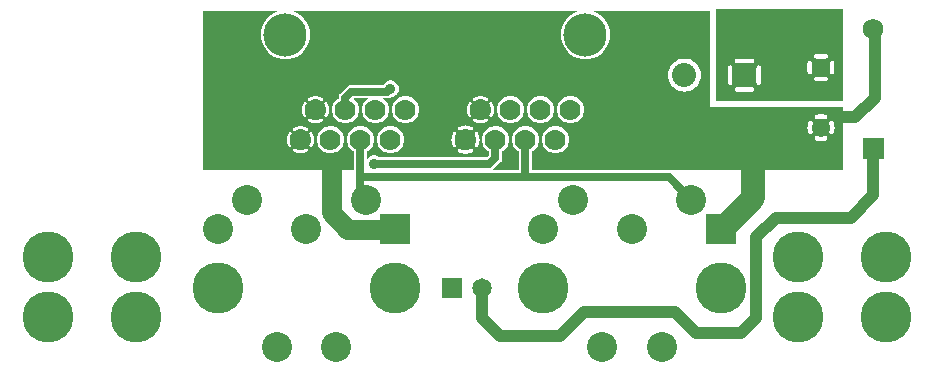
<source format=gbr>
G04 start of page 2 for group 0 idx 0 *
G04 Title: (unknown), component *
G04 Creator: pcb 20110918 *
G04 CreationDate: Tue 30 Sep 2014 08:46:46 PM GMT UTC *
G04 For: ndholmes *
G04 Format: Gerber/RS-274X *
G04 PCB-Dimensions: 300000 125000 *
G04 PCB-Coordinate-Origin: lower left *
%MOIN*%
%FSLAX25Y25*%
%LNTOP*%
%ADD32C,0.0480*%
%ADD31C,0.1280*%
%ADD30C,0.0350*%
%ADD29C,0.0380*%
%ADD28C,0.0430*%
%ADD27C,0.0730*%
%ADD26C,0.0950*%
%ADD25C,0.0510*%
%ADD24C,0.0200*%
%ADD23C,0.0360*%
%ADD22C,0.0600*%
%ADD21C,0.0680*%
%ADD20C,0.1440*%
%ADD19C,0.0700*%
%ADD18C,0.1700*%
%ADD17C,0.1000*%
%ADD16C,0.0800*%
%ADD15C,0.0400*%
%ADD14C,0.0650*%
%ADD13C,0.0250*%
%ADD12C,0.0500*%
%ADD11C,0.0001*%
G54D11*G36*
X271750Y122500D02*X275500D01*
Y92000D01*
X271750D01*
Y100748D01*
X271868Y100757D01*
X271982Y100785D01*
X272092Y100830D01*
X272192Y100891D01*
X272282Y100968D01*
X272359Y101058D01*
X272420Y101158D01*
X272465Y101268D01*
X272493Y101382D01*
X272500Y101500D01*
Y104500D01*
X272493Y104618D01*
X272465Y104732D01*
X272420Y104842D01*
X272359Y104942D01*
X272282Y105032D01*
X272192Y105109D01*
X272092Y105170D01*
X271982Y105215D01*
X271868Y105243D01*
X271750Y105252D01*
Y122500D01*
G37*
G36*
X268000D02*X271750D01*
Y105252D01*
X271632Y105243D01*
X271518Y105215D01*
X271408Y105170D01*
X271308Y105109D01*
X271218Y105032D01*
X271141Y104942D01*
X271080Y104842D01*
X271035Y104732D01*
X271007Y104618D01*
X271000Y104500D01*
Y101500D01*
X271007Y101382D01*
X271035Y101268D01*
X271080Y101158D01*
X271141Y101058D01*
X271218Y100968D01*
X271308Y100891D01*
X271408Y100830D01*
X271518Y100785D01*
X271632Y100757D01*
X271750Y100748D01*
Y92000D01*
X268000D01*
Y98500D01*
X269500D01*
X269618Y98507D01*
X269732Y98535D01*
X269842Y98580D01*
X269942Y98641D01*
X270032Y98718D01*
X270109Y98808D01*
X270170Y98908D01*
X270215Y99018D01*
X270243Y99132D01*
X270252Y99250D01*
X270243Y99368D01*
X270215Y99482D01*
X270170Y99592D01*
X270109Y99692D01*
X270032Y99782D01*
X269942Y99859D01*
X269842Y99920D01*
X269732Y99965D01*
X269618Y99993D01*
X269500Y100000D01*
X268000D01*
Y106000D01*
X269500D01*
X269618Y106007D01*
X269732Y106035D01*
X269842Y106080D01*
X269942Y106141D01*
X270032Y106218D01*
X270109Y106308D01*
X270170Y106408D01*
X270215Y106518D01*
X270243Y106632D01*
X270252Y106750D01*
X270243Y106868D01*
X270215Y106982D01*
X270170Y107092D01*
X270109Y107192D01*
X270032Y107282D01*
X269942Y107359D01*
X269842Y107420D01*
X269732Y107465D01*
X269618Y107493D01*
X269500Y107500D01*
X268000D01*
Y122500D01*
G37*
G36*
X264250D02*X268000D01*
Y107500D01*
X266500D01*
X266382Y107493D01*
X266268Y107465D01*
X266158Y107420D01*
X266058Y107359D01*
X265968Y107282D01*
X265891Y107192D01*
X265830Y107092D01*
X265785Y106982D01*
X265757Y106868D01*
X265748Y106750D01*
X265757Y106632D01*
X265785Y106518D01*
X265830Y106408D01*
X265891Y106308D01*
X265968Y106218D01*
X266058Y106141D01*
X266158Y106080D01*
X266268Y106035D01*
X266382Y106007D01*
X266500Y106000D01*
X268000D01*
Y100000D01*
X266500D01*
X266382Y99993D01*
X266268Y99965D01*
X266158Y99920D01*
X266058Y99859D01*
X265968Y99782D01*
X265891Y99692D01*
X265830Y99592D01*
X265785Y99482D01*
X265757Y99368D01*
X265748Y99250D01*
X265757Y99132D01*
X265785Y99018D01*
X265830Y98908D01*
X265891Y98808D01*
X265968Y98718D01*
X266058Y98641D01*
X266158Y98580D01*
X266268Y98535D01*
X266382Y98507D01*
X266500Y98500D01*
X268000D01*
Y92000D01*
X264250D01*
Y100748D01*
X264368Y100757D01*
X264482Y100785D01*
X264592Y100830D01*
X264692Y100891D01*
X264782Y100968D01*
X264859Y101058D01*
X264920Y101158D01*
X264965Y101268D01*
X264993Y101382D01*
X265000Y101500D01*
Y104500D01*
X264993Y104618D01*
X264965Y104732D01*
X264920Y104842D01*
X264859Y104942D01*
X264782Y105032D01*
X264692Y105109D01*
X264592Y105170D01*
X264482Y105215D01*
X264368Y105243D01*
X264250Y105252D01*
Y122500D01*
G37*
G36*
X247250D02*X264250D01*
Y105252D01*
X264132Y105243D01*
X264018Y105215D01*
X263908Y105170D01*
X263808Y105109D01*
X263718Y105032D01*
X263641Y104942D01*
X263580Y104842D01*
X263535Y104732D01*
X263507Y104618D01*
X263500Y104500D01*
Y101500D01*
X263507Y101382D01*
X263535Y101268D01*
X263580Y101158D01*
X263641Y101058D01*
X263718Y100968D01*
X263808Y100891D01*
X263908Y100830D01*
X264018Y100785D01*
X264132Y100757D01*
X264250Y100748D01*
Y92000D01*
X247250D01*
Y97248D01*
X247368Y97257D01*
X247482Y97285D01*
X247592Y97330D01*
X247692Y97391D01*
X247782Y97468D01*
X247859Y97558D01*
X247920Y97658D01*
X247965Y97768D01*
X247993Y97882D01*
X248000Y98000D01*
Y103000D01*
X247993Y103118D01*
X247965Y103232D01*
X247920Y103342D01*
X247859Y103442D01*
X247782Y103532D01*
X247692Y103609D01*
X247592Y103670D01*
X247482Y103715D01*
X247368Y103743D01*
X247250Y103752D01*
Y122500D01*
G37*
G36*
X242500D02*X247250D01*
Y103752D01*
X247132Y103743D01*
X247018Y103715D01*
X246908Y103670D01*
X246808Y103609D01*
X246718Y103532D01*
X246641Y103442D01*
X246580Y103342D01*
X246535Y103232D01*
X246507Y103118D01*
X246500Y103000D01*
Y98000D01*
X246507Y97882D01*
X246535Y97768D01*
X246580Y97658D01*
X246641Y97558D01*
X246718Y97468D01*
X246808Y97391D01*
X246908Y97330D01*
X247018Y97285D01*
X247132Y97257D01*
X247250Y97248D01*
Y92000D01*
X242500D01*
Y95000D01*
X245000D01*
X245118Y95007D01*
X245232Y95035D01*
X245342Y95080D01*
X245442Y95141D01*
X245532Y95218D01*
X245609Y95308D01*
X245670Y95408D01*
X245715Y95518D01*
X245743Y95632D01*
X245752Y95750D01*
X245743Y95868D01*
X245715Y95982D01*
X245670Y96092D01*
X245609Y96192D01*
X245532Y96282D01*
X245442Y96359D01*
X245342Y96420D01*
X245232Y96465D01*
X245118Y96493D01*
X245000Y96500D01*
X242500D01*
Y104500D01*
X245000D01*
X245118Y104507D01*
X245232Y104535D01*
X245342Y104580D01*
X245442Y104641D01*
X245532Y104718D01*
X245609Y104808D01*
X245670Y104908D01*
X245715Y105018D01*
X245743Y105132D01*
X245752Y105250D01*
X245743Y105368D01*
X245715Y105482D01*
X245670Y105592D01*
X245609Y105692D01*
X245532Y105782D01*
X245442Y105859D01*
X245342Y105920D01*
X245232Y105965D01*
X245118Y105993D01*
X245000Y106000D01*
X242500D01*
Y122500D01*
G37*
G36*
X237750D02*X242500D01*
Y106000D01*
X240000D01*
X239882Y105993D01*
X239768Y105965D01*
X239658Y105920D01*
X239558Y105859D01*
X239468Y105782D01*
X239391Y105692D01*
X239330Y105592D01*
X239285Y105482D01*
X239257Y105368D01*
X239248Y105250D01*
X239257Y105132D01*
X239285Y105018D01*
X239330Y104908D01*
X239391Y104808D01*
X239468Y104718D01*
X239558Y104641D01*
X239658Y104580D01*
X239768Y104535D01*
X239882Y104507D01*
X240000Y104500D01*
X242500D01*
Y96500D01*
X240000D01*
X239882Y96493D01*
X239768Y96465D01*
X239658Y96420D01*
X239558Y96359D01*
X239468Y96282D01*
X239391Y96192D01*
X239330Y96092D01*
X239285Y95982D01*
X239257Y95868D01*
X239248Y95750D01*
X239257Y95632D01*
X239285Y95518D01*
X239330Y95408D01*
X239391Y95308D01*
X239468Y95218D01*
X239558Y95141D01*
X239658Y95080D01*
X239768Y95035D01*
X239882Y95007D01*
X240000Y95000D01*
X242500D01*
Y92000D01*
X237750D01*
Y97248D01*
X237868Y97257D01*
X237982Y97285D01*
X238092Y97330D01*
X238192Y97391D01*
X238282Y97468D01*
X238359Y97558D01*
X238420Y97658D01*
X238465Y97768D01*
X238493Y97882D01*
X238500Y98000D01*
Y103000D01*
X238493Y103118D01*
X238465Y103232D01*
X238420Y103342D01*
X238359Y103442D01*
X238282Y103532D01*
X238192Y103609D01*
X238092Y103670D01*
X237982Y103715D01*
X237868Y103743D01*
X237750Y103752D01*
Y122500D01*
G37*
G36*
X233000D02*X237750D01*
Y103752D01*
X237632Y103743D01*
X237518Y103715D01*
X237408Y103670D01*
X237308Y103609D01*
X237218Y103532D01*
X237141Y103442D01*
X237080Y103342D01*
X237035Y103232D01*
X237007Y103118D01*
X237000Y103000D01*
Y98000D01*
X237007Y97882D01*
X237035Y97768D01*
X237080Y97658D01*
X237141Y97558D01*
X237218Y97468D01*
X237308Y97391D01*
X237408Y97330D01*
X237518Y97285D01*
X237632Y97257D01*
X237750Y97248D01*
Y92000D01*
X233000D01*
Y122500D01*
G37*
G36*
X116143Y92750D02*X117007D01*
X116847Y92652D01*
X116308Y92192D01*
X116143Y91998D01*
Y92750D01*
G37*
G36*
X222492Y122000D02*X231000D01*
Y69000D01*
X222492D01*
Y94984D01*
X222500Y94983D01*
X223363Y95051D01*
X224205Y95253D01*
X225005Y95584D01*
X225743Y96037D01*
X226401Y96599D01*
X226963Y97257D01*
X227416Y97995D01*
X227747Y98795D01*
X227949Y99637D01*
X228000Y100500D01*
X227949Y101363D01*
X227747Y102205D01*
X227416Y103005D01*
X226963Y103743D01*
X226401Y104401D01*
X225743Y104963D01*
X225005Y105416D01*
X224205Y105747D01*
X223363Y105949D01*
X222500Y106017D01*
X222492Y106016D01*
Y122000D01*
G37*
G36*
X184493Y107493D02*X184665Y107346D01*
X185766Y106671D01*
X186958Y106177D01*
X188213Y105876D01*
X189500Y105775D01*
X190787Y105876D01*
X192042Y106177D01*
X193234Y106671D01*
X194335Y107346D01*
X195316Y108184D01*
X196154Y109165D01*
X196829Y110266D01*
X197323Y111458D01*
X197624Y112713D01*
X197700Y114000D01*
X197624Y115287D01*
X197323Y116542D01*
X196829Y117734D01*
X196154Y118835D01*
X195316Y119816D01*
X194335Y120654D01*
X193234Y121329D01*
X192042Y121823D01*
X191303Y122000D01*
X222492D01*
Y106016D01*
X221637Y105949D01*
X220795Y105747D01*
X219995Y105416D01*
X219257Y104963D01*
X218599Y104401D01*
X218037Y103743D01*
X217584Y103005D01*
X217253Y102205D01*
X217051Y101363D01*
X216983Y100500D01*
X217051Y99637D01*
X217253Y98795D01*
X217584Y97995D01*
X218037Y97257D01*
X218599Y96599D01*
X219257Y96037D01*
X219995Y95584D01*
X220795Y95253D01*
X221637Y95051D01*
X222492Y94984D01*
Y69000D01*
X184493D01*
Y84487D01*
X184500Y84486D01*
X185206Y84542D01*
X185895Y84707D01*
X186549Y84978D01*
X187153Y85348D01*
X187692Y85808D01*
X188152Y86347D01*
X188522Y86951D01*
X188793Y87605D01*
X188958Y88294D01*
X189000Y89000D01*
X188958Y89706D01*
X188793Y90395D01*
X188522Y91049D01*
X188152Y91653D01*
X187692Y92192D01*
X187153Y92652D01*
X186549Y93022D01*
X185895Y93293D01*
X185206Y93458D01*
X184500Y93514D01*
X184493Y93513D01*
Y107493D01*
G37*
G36*
Y122000D02*X187697D01*
X186958Y121823D01*
X185766Y121329D01*
X184665Y120654D01*
X184493Y120507D01*
Y122000D01*
G37*
G36*
X179493D02*X184493D01*
Y120507D01*
X183684Y119816D01*
X182846Y118835D01*
X182171Y117734D01*
X181677Y116542D01*
X181376Y115287D01*
X181275Y114000D01*
X181376Y112713D01*
X181677Y111458D01*
X182171Y110266D01*
X182846Y109165D01*
X183684Y108184D01*
X184493Y107493D01*
Y93513D01*
X183794Y93458D01*
X183105Y93293D01*
X182451Y93022D01*
X181847Y92652D01*
X181308Y92192D01*
X180848Y91653D01*
X180478Y91049D01*
X180207Y90395D01*
X180042Y89706D01*
X179986Y89000D01*
X180042Y88294D01*
X180207Y87605D01*
X180478Y86951D01*
X180848Y86347D01*
X181308Y85808D01*
X181847Y85348D01*
X182451Y84978D01*
X183105Y84707D01*
X183794Y84542D01*
X184493Y84487D01*
Y69000D01*
X179493D01*
Y74487D01*
X179500Y74486D01*
X180206Y74542D01*
X180895Y74707D01*
X181549Y74978D01*
X182153Y75348D01*
X182692Y75808D01*
X183152Y76347D01*
X183522Y76951D01*
X183793Y77605D01*
X183958Y78294D01*
X184000Y79000D01*
X183958Y79706D01*
X183793Y80395D01*
X183522Y81049D01*
X183152Y81653D01*
X182692Y82192D01*
X182153Y82652D01*
X181549Y83022D01*
X180895Y83293D01*
X180206Y83458D01*
X179500Y83514D01*
X179493Y83513D01*
Y122000D01*
G37*
G36*
X174493D02*X179493D01*
Y83513D01*
X178794Y83458D01*
X178105Y83293D01*
X177451Y83022D01*
X176847Y82652D01*
X176308Y82192D01*
X175848Y81653D01*
X175478Y81049D01*
X175207Y80395D01*
X175042Y79706D01*
X174986Y79000D01*
X175042Y78294D01*
X175207Y77605D01*
X175478Y76951D01*
X175848Y76347D01*
X176308Y75808D01*
X176847Y75348D01*
X177451Y74978D01*
X178105Y74707D01*
X178794Y74542D01*
X179493Y74487D01*
Y69000D01*
X174493D01*
Y84487D01*
X174500Y84486D01*
X175206Y84542D01*
X175895Y84707D01*
X176549Y84978D01*
X177153Y85348D01*
X177692Y85808D01*
X178152Y86347D01*
X178522Y86951D01*
X178793Y87605D01*
X178958Y88294D01*
X179000Y89000D01*
X178958Y89706D01*
X178793Y90395D01*
X178522Y91049D01*
X178152Y91653D01*
X177692Y92192D01*
X177153Y92652D01*
X176549Y93022D01*
X175895Y93293D01*
X175206Y93458D01*
X174500Y93514D01*
X174493Y93513D01*
Y122000D01*
G37*
G36*
X164493D02*X174493D01*
Y93513D01*
X173794Y93458D01*
X173105Y93293D01*
X172451Y93022D01*
X171847Y92652D01*
X171308Y92192D01*
X170848Y91653D01*
X170478Y91049D01*
X170207Y90395D01*
X170042Y89706D01*
X169986Y89000D01*
X170042Y88294D01*
X170207Y87605D01*
X170478Y86951D01*
X170848Y86347D01*
X171308Y85808D01*
X171847Y85348D01*
X172451Y84978D01*
X173105Y84707D01*
X173794Y84542D01*
X174493Y84487D01*
Y69000D01*
X171750D01*
Y75101D01*
X172153Y75348D01*
X172692Y75808D01*
X173152Y76347D01*
X173522Y76951D01*
X173793Y77605D01*
X173958Y78294D01*
X174000Y79000D01*
X173958Y79706D01*
X173793Y80395D01*
X173522Y81049D01*
X173152Y81653D01*
X172692Y82192D01*
X172153Y82652D01*
X171549Y83022D01*
X170895Y83293D01*
X170206Y83458D01*
X169500Y83514D01*
X168794Y83458D01*
X168105Y83293D01*
X167451Y83022D01*
X166847Y82652D01*
X166308Y82192D01*
X165848Y81653D01*
X165478Y81049D01*
X165207Y80395D01*
X165042Y79706D01*
X164986Y79000D01*
X165042Y78294D01*
X165207Y77605D01*
X165478Y76951D01*
X165848Y76347D01*
X166308Y75808D01*
X166847Y75348D01*
X167250Y75101D01*
Y69000D01*
X164493D01*
Y84487D01*
X164500Y84486D01*
X165206Y84542D01*
X165895Y84707D01*
X166549Y84978D01*
X167153Y85348D01*
X167692Y85808D01*
X168152Y86347D01*
X168522Y86951D01*
X168793Y87605D01*
X168958Y88294D01*
X169000Y89000D01*
X168958Y89706D01*
X168793Y90395D01*
X168522Y91049D01*
X168152Y91653D01*
X167692Y92192D01*
X167153Y92652D01*
X166549Y93022D01*
X165895Y93293D01*
X165206Y93458D01*
X164500Y93514D01*
X164493Y93513D01*
Y122000D01*
G37*
G36*
X158220D02*X164493D01*
Y93513D01*
X163794Y93458D01*
X163105Y93293D01*
X162451Y93022D01*
X161847Y92652D01*
X161308Y92192D01*
X160848Y91653D01*
X160478Y91049D01*
X160207Y90395D01*
X160042Y89706D01*
X159986Y89000D01*
X160042Y88294D01*
X160207Y87605D01*
X160478Y86951D01*
X160848Y86347D01*
X161308Y85808D01*
X161847Y85348D01*
X162451Y84978D01*
X163105Y84707D01*
X163794Y84542D01*
X164493Y84487D01*
Y69000D01*
X158543D01*
X158827Y69174D01*
X159096Y69404D01*
X159153Y69471D01*
X161029Y71347D01*
X161096Y71404D01*
X161326Y71673D01*
X161326Y71673D01*
X161511Y71975D01*
X161646Y72303D01*
X161729Y72647D01*
X161757Y73000D01*
X161750Y73088D01*
Y75101D01*
X162153Y75348D01*
X162692Y75808D01*
X163152Y76347D01*
X163522Y76951D01*
X163793Y77605D01*
X163958Y78294D01*
X164000Y79000D01*
X163958Y79706D01*
X163793Y80395D01*
X163522Y81049D01*
X163152Y81653D01*
X162692Y82192D01*
X162153Y82652D01*
X161549Y83022D01*
X160895Y83293D01*
X160206Y83458D01*
X159500Y83514D01*
X158794Y83458D01*
X158220Y83321D01*
Y86544D01*
X158271Y86583D01*
X158326Y86639D01*
X158370Y86704D01*
X158564Y87056D01*
X158721Y87426D01*
X158844Y87809D01*
X158933Y88200D01*
X158987Y88599D01*
X159004Y89000D01*
X158987Y89401D01*
X158933Y89800D01*
X158844Y90191D01*
X158721Y90574D01*
X158564Y90944D01*
X158374Y91298D01*
X158329Y91363D01*
X158274Y91420D01*
X158220Y91460D01*
Y122000D01*
G37*
G36*
X153354D02*X158220D01*
Y91460D01*
X158210Y91468D01*
X158140Y91504D01*
X158065Y91530D01*
X157987Y91544D01*
X157908Y91545D01*
X157829Y91533D01*
X157754Y91510D01*
X157683Y91475D01*
X157618Y91429D01*
X157561Y91374D01*
X157513Y91311D01*
X157476Y91241D01*
X157451Y91166D01*
X157437Y91088D01*
X157436Y91008D01*
X157448Y90930D01*
X157471Y90854D01*
X157507Y90784D01*
X157657Y90510D01*
X157779Y90223D01*
X157875Y89926D01*
X157944Y89621D01*
X157986Y89312D01*
X158000Y89000D01*
X157986Y88688D01*
X157944Y88379D01*
X157875Y88074D01*
X157779Y87777D01*
X157657Y87490D01*
X157510Y87214D01*
X157474Y87145D01*
X157451Y87069D01*
X157440Y86991D01*
X157441Y86913D01*
X157454Y86835D01*
X157480Y86761D01*
X157516Y86691D01*
X157564Y86628D01*
X157620Y86573D01*
X157684Y86528D01*
X157755Y86493D01*
X157830Y86470D01*
X157908Y86459D01*
X157987Y86460D01*
X158064Y86473D01*
X158139Y86499D01*
X158208Y86535D01*
X158220Y86544D01*
Y83321D01*
X158105Y83293D01*
X157451Y83022D01*
X156847Y82652D01*
X156308Y82192D01*
X155848Y81653D01*
X155478Y81049D01*
X155207Y80395D01*
X155042Y79706D01*
X154986Y79000D01*
X155042Y78294D01*
X155207Y77605D01*
X155478Y76951D01*
X155848Y76347D01*
X156308Y75808D01*
X156847Y75348D01*
X157250Y75101D01*
Y73932D01*
X156568Y73250D01*
X153354D01*
Y76511D01*
X153374Y76519D01*
X153456Y76566D01*
X153529Y76626D01*
X153592Y76696D01*
X153641Y76777D01*
X153828Y77154D01*
X153975Y77549D01*
X154087Y77955D01*
X154162Y78370D01*
X154200Y78789D01*
Y79211D01*
X154162Y79630D01*
X154087Y80045D01*
X153975Y80451D01*
X153828Y80846D01*
X153645Y81225D01*
X153594Y81306D01*
X153531Y81377D01*
X153458Y81437D01*
X153375Y81485D01*
X153354Y81493D01*
Y84646D01*
X153700Y84567D01*
X154099Y84513D01*
X154500Y84496D01*
X154901Y84513D01*
X155300Y84567D01*
X155691Y84656D01*
X156074Y84779D01*
X156444Y84936D01*
X156798Y85126D01*
X156863Y85171D01*
X156920Y85226D01*
X156968Y85290D01*
X157004Y85360D01*
X157030Y85435D01*
X157044Y85513D01*
X157045Y85592D01*
X157033Y85671D01*
X157010Y85746D01*
X156975Y85817D01*
X156929Y85882D01*
X156874Y85939D01*
X156811Y85987D01*
X156741Y86024D01*
X156666Y86049D01*
X156588Y86063D01*
X156508Y86064D01*
X156430Y86052D01*
X156354Y86029D01*
X156284Y85993D01*
X156010Y85843D01*
X155723Y85721D01*
X155426Y85625D01*
X155121Y85556D01*
X154812Y85514D01*
X154500Y85500D01*
X154188Y85514D01*
X153879Y85556D01*
X153574Y85625D01*
X153354Y85696D01*
Y92304D01*
X153574Y92375D01*
X153879Y92444D01*
X154188Y92486D01*
X154500Y92500D01*
X154812Y92486D01*
X155121Y92444D01*
X155426Y92375D01*
X155723Y92279D01*
X156010Y92157D01*
X156286Y92010D01*
X156355Y91974D01*
X156431Y91951D01*
X156509Y91940D01*
X156587Y91941D01*
X156665Y91954D01*
X156739Y91980D01*
X156809Y92016D01*
X156872Y92064D01*
X156927Y92120D01*
X156972Y92184D01*
X157007Y92255D01*
X157030Y92330D01*
X157041Y92408D01*
X157040Y92487D01*
X157027Y92564D01*
X157001Y92639D01*
X156965Y92708D01*
X156917Y92771D01*
X156861Y92826D01*
X156796Y92870D01*
X156444Y93064D01*
X156074Y93221D01*
X155691Y93344D01*
X155300Y93433D01*
X154901Y93487D01*
X154500Y93504D01*
X154099Y93487D01*
X153700Y93433D01*
X153354Y93354D01*
Y122000D01*
G37*
G36*
X150780D02*X153354D01*
Y93354D01*
X153309Y93344D01*
X152926Y93221D01*
X152556Y93064D01*
X152202Y92874D01*
X152137Y92829D01*
X152080Y92774D01*
X152032Y92710D01*
X151996Y92640D01*
X151970Y92565D01*
X151956Y92487D01*
X151955Y92408D01*
X151967Y92329D01*
X151990Y92254D01*
X152025Y92183D01*
X152071Y92118D01*
X152126Y92061D01*
X152189Y92013D01*
X152259Y91976D01*
X152334Y91951D01*
X152412Y91937D01*
X152492Y91936D01*
X152570Y91948D01*
X152646Y91971D01*
X152716Y92007D01*
X152990Y92157D01*
X153277Y92279D01*
X153354Y92304D01*
Y85696D01*
X153277Y85721D01*
X152990Y85843D01*
X152714Y85990D01*
X152645Y86026D01*
X152569Y86049D01*
X152491Y86060D01*
X152413Y86059D01*
X152335Y86046D01*
X152261Y86020D01*
X152191Y85984D01*
X152128Y85936D01*
X152073Y85880D01*
X152028Y85816D01*
X151993Y85745D01*
X151970Y85670D01*
X151959Y85592D01*
X151960Y85513D01*
X151973Y85436D01*
X151999Y85361D01*
X152035Y85292D01*
X152083Y85229D01*
X152139Y85174D01*
X152204Y85130D01*
X152556Y84936D01*
X152926Y84779D01*
X153309Y84656D01*
X153354Y84646D01*
Y81493D01*
X153287Y81519D01*
X153194Y81539D01*
X153099Y81545D01*
X153005Y81535D01*
X152913Y81511D01*
X152826Y81473D01*
X152746Y81421D01*
X152675Y81358D01*
X152615Y81285D01*
X152567Y81203D01*
X152533Y81114D01*
X152512Y81021D01*
X152507Y80926D01*
X152517Y80832D01*
X152541Y80740D01*
X152581Y80654D01*
X152719Y80373D01*
X152829Y80080D01*
X152913Y79777D01*
X152968Y79469D01*
X152996Y79157D01*
Y78843D01*
X152968Y78531D01*
X152913Y78223D01*
X152829Y77920D01*
X152719Y77627D01*
X152584Y77344D01*
X152544Y77259D01*
X152520Y77168D01*
X152511Y77074D01*
X152516Y76979D01*
X152536Y76887D01*
X152570Y76799D01*
X152618Y76717D01*
X152678Y76644D01*
X152748Y76581D01*
X152828Y76530D01*
X152914Y76492D01*
X153005Y76468D01*
X153099Y76459D01*
X153194Y76464D01*
X153286Y76484D01*
X153354Y76511D01*
Y73250D01*
X150780D01*
Y74477D01*
X150951Y74525D01*
X151346Y74672D01*
X151725Y74855D01*
X151806Y74906D01*
X151877Y74969D01*
X151937Y75042D01*
X151985Y75125D01*
X152019Y75213D01*
X152039Y75306D01*
X152045Y75401D01*
X152035Y75495D01*
X152011Y75587D01*
X151973Y75674D01*
X151921Y75754D01*
X151858Y75825D01*
X151785Y75885D01*
X151703Y75933D01*
X151614Y75967D01*
X151521Y75988D01*
X151426Y75993D01*
X151332Y75983D01*
X151240Y75959D01*
X151154Y75919D01*
X150873Y75781D01*
X150780Y75746D01*
Y82254D01*
X150873Y82219D01*
X151156Y82084D01*
X151241Y82044D01*
X151332Y82020D01*
X151426Y82011D01*
X151521Y82016D01*
X151613Y82036D01*
X151701Y82070D01*
X151783Y82118D01*
X151856Y82178D01*
X151919Y82248D01*
X151970Y82328D01*
X152008Y82414D01*
X152032Y82505D01*
X152041Y82599D01*
X152036Y82694D01*
X152016Y82786D01*
X151981Y82874D01*
X151934Y82956D01*
X151874Y83029D01*
X151804Y83092D01*
X151723Y83141D01*
X151346Y83328D01*
X150951Y83475D01*
X150780Y83523D01*
Y86540D01*
X150790Y86532D01*
X150860Y86496D01*
X150935Y86470D01*
X151013Y86456D01*
X151092Y86455D01*
X151171Y86467D01*
X151246Y86490D01*
X151317Y86525D01*
X151382Y86571D01*
X151439Y86626D01*
X151487Y86689D01*
X151524Y86759D01*
X151549Y86834D01*
X151563Y86912D01*
X151564Y86992D01*
X151552Y87070D01*
X151529Y87146D01*
X151493Y87216D01*
X151343Y87490D01*
X151221Y87777D01*
X151125Y88074D01*
X151056Y88379D01*
X151014Y88688D01*
X151000Y89000D01*
X151014Y89312D01*
X151056Y89621D01*
X151125Y89926D01*
X151221Y90223D01*
X151343Y90510D01*
X151490Y90786D01*
X151526Y90855D01*
X151549Y90931D01*
X151560Y91009D01*
X151559Y91087D01*
X151546Y91165D01*
X151520Y91239D01*
X151484Y91309D01*
X151436Y91372D01*
X151380Y91427D01*
X151316Y91472D01*
X151245Y91507D01*
X151170Y91530D01*
X151092Y91541D01*
X151013Y91540D01*
X150936Y91527D01*
X150861Y91501D01*
X150792Y91465D01*
X150780Y91456D01*
Y122000D01*
G37*
G36*
Y75746D02*X150580Y75671D01*
X150277Y75587D01*
X149969Y75532D01*
X149657Y75504D01*
X149502D01*
Y82496D01*
X149657D01*
X149969Y82468D01*
X150277Y82413D01*
X150580Y82329D01*
X150780Y82254D01*
Y75746D01*
G37*
G36*
Y73250D02*X149502D01*
Y74300D01*
X149711D01*
X150130Y74338D01*
X150545Y74413D01*
X150780Y74477D01*
Y73250D01*
G37*
G36*
X149502Y122000D02*X150780D01*
Y91456D01*
X150729Y91417D01*
X150674Y91361D01*
X150630Y91296D01*
X150436Y90944D01*
X150279Y90574D01*
X150156Y90191D01*
X150067Y89800D01*
X150013Y89401D01*
X149996Y89000D01*
X150013Y88599D01*
X150067Y88200D01*
X150156Y87809D01*
X150279Y87426D01*
X150436Y87056D01*
X150626Y86702D01*
X150671Y86637D01*
X150726Y86580D01*
X150780Y86540D01*
Y83523D01*
X150545Y83587D01*
X150130Y83662D01*
X149711Y83700D01*
X149502D01*
Y122000D01*
G37*
G36*
X145646D02*X149502D01*
Y83700D01*
X149289D01*
X148870Y83662D01*
X148455Y83587D01*
X148049Y83475D01*
X147654Y83328D01*
X147275Y83145D01*
X147194Y83094D01*
X147123Y83031D01*
X147063Y82958D01*
X147015Y82876D01*
X146981Y82787D01*
X146961Y82694D01*
X146955Y82599D01*
X146965Y82505D01*
X146989Y82413D01*
X147027Y82326D01*
X147079Y82246D01*
X147142Y82175D01*
X147215Y82115D01*
X147297Y82067D01*
X147386Y82033D01*
X147479Y82012D01*
X147574Y82007D01*
X147668Y82017D01*
X147760Y82041D01*
X147846Y82081D01*
X148127Y82219D01*
X148420Y82329D01*
X148723Y82413D01*
X149031Y82468D01*
X149343Y82496D01*
X149502D01*
Y75504D01*
X149343D01*
X149031Y75532D01*
X148723Y75587D01*
X148420Y75671D01*
X148127Y75781D01*
X147844Y75916D01*
X147759Y75956D01*
X147668Y75980D01*
X147574Y75989D01*
X147479Y75984D01*
X147387Y75964D01*
X147299Y75930D01*
X147217Y75882D01*
X147144Y75822D01*
X147081Y75752D01*
X147030Y75672D01*
X146992Y75586D01*
X146968Y75495D01*
X146959Y75401D01*
X146964Y75306D01*
X146984Y75214D01*
X147019Y75126D01*
X147066Y75044D01*
X147126Y74971D01*
X147196Y74908D01*
X147277Y74859D01*
X147654Y74672D01*
X148049Y74525D01*
X148455Y74413D01*
X148870Y74338D01*
X149289Y74300D01*
X149502D01*
Y73250D01*
X145646D01*
Y76507D01*
X145713Y76481D01*
X145806Y76461D01*
X145901Y76455D01*
X145995Y76465D01*
X146087Y76489D01*
X146174Y76527D01*
X146254Y76579D01*
X146325Y76642D01*
X146385Y76715D01*
X146433Y76797D01*
X146467Y76886D01*
X146488Y76979D01*
X146493Y77074D01*
X146483Y77168D01*
X146459Y77260D01*
X146419Y77346D01*
X146281Y77627D01*
X146171Y77920D01*
X146087Y78223D01*
X146032Y78531D01*
X146004Y78843D01*
Y79157D01*
X146032Y79469D01*
X146087Y79777D01*
X146171Y80080D01*
X146281Y80373D01*
X146416Y80656D01*
X146456Y80741D01*
X146480Y80832D01*
X146489Y80926D01*
X146484Y81021D01*
X146464Y81113D01*
X146430Y81201D01*
X146382Y81283D01*
X146322Y81356D01*
X146252Y81419D01*
X146172Y81470D01*
X146086Y81508D01*
X145995Y81532D01*
X145901Y81541D01*
X145806Y81536D01*
X145714Y81516D01*
X145646Y81489D01*
Y122000D01*
G37*
G36*
X129493D02*X145646D01*
Y81489D01*
X145626Y81481D01*
X145544Y81434D01*
X145471Y81374D01*
X145408Y81304D01*
X145359Y81223D01*
X145172Y80846D01*
X145025Y80451D01*
X144913Y80045D01*
X144838Y79630D01*
X144800Y79211D01*
Y78789D01*
X144838Y78370D01*
X144913Y77955D01*
X145025Y77549D01*
X145172Y77154D01*
X145355Y76775D01*
X145406Y76694D01*
X145469Y76623D01*
X145542Y76563D01*
X145624Y76515D01*
X145646Y76507D01*
Y73250D01*
X129493D01*
Y84487D01*
X129500Y84486D01*
X130206Y84542D01*
X130895Y84707D01*
X131549Y84978D01*
X132153Y85348D01*
X132692Y85808D01*
X133152Y86347D01*
X133522Y86951D01*
X133793Y87605D01*
X133958Y88294D01*
X134000Y89000D01*
X133958Y89706D01*
X133793Y90395D01*
X133522Y91049D01*
X133152Y91653D01*
X132692Y92192D01*
X132153Y92652D01*
X131549Y93022D01*
X130895Y93293D01*
X130206Y93458D01*
X129500Y93514D01*
X129493Y93513D01*
Y122000D01*
G37*
G36*
X124493D02*X129493D01*
Y93513D01*
X128794Y93458D01*
X128105Y93293D01*
X127451Y93022D01*
X126847Y92652D01*
X126308Y92192D01*
X125848Y91653D01*
X125478Y91049D01*
X125207Y90395D01*
X125042Y89706D01*
X124986Y89000D01*
X125042Y88294D01*
X125207Y87605D01*
X125478Y86951D01*
X125848Y86347D01*
X126308Y85808D01*
X126847Y85348D01*
X127451Y84978D01*
X128105Y84707D01*
X128794Y84542D01*
X129493Y84487D01*
Y73250D01*
X124493D01*
Y74487D01*
X124500Y74486D01*
X125206Y74542D01*
X125895Y74707D01*
X126549Y74978D01*
X127153Y75348D01*
X127692Y75808D01*
X128152Y76347D01*
X128522Y76951D01*
X128793Y77605D01*
X128958Y78294D01*
X129000Y79000D01*
X128958Y79706D01*
X128793Y80395D01*
X128522Y81049D01*
X128152Y81653D01*
X127692Y82192D01*
X127153Y82652D01*
X126549Y83022D01*
X125895Y83293D01*
X125206Y83458D01*
X124500Y83514D01*
X124493Y83513D01*
Y92976D01*
X124525Y92989D01*
X124827Y93174D01*
X124882Y93221D01*
X124939Y93226D01*
X125368Y93329D01*
X125775Y93497D01*
X126151Y93728D01*
X126486Y94014D01*
X126772Y94349D01*
X127003Y94725D01*
X127171Y95132D01*
X127274Y95561D01*
X127300Y96000D01*
X127274Y96439D01*
X127171Y96868D01*
X127003Y97275D01*
X126772Y97651D01*
X126486Y97986D01*
X126151Y98272D01*
X125775Y98503D01*
X125368Y98671D01*
X124939Y98774D01*
X124500Y98809D01*
X124493Y98808D01*
Y122000D01*
G37*
G36*
Y73250D02*X120677D01*
X120651Y73272D01*
X120275Y73503D01*
X119868Y73671D01*
X119439Y73774D01*
X119000Y73809D01*
X118561Y73774D01*
X118132Y73671D01*
X117725Y73503D01*
X117349Y73272D01*
X117014Y72986D01*
X116750Y72677D01*
Y75101D01*
X117153Y75348D01*
X117692Y75808D01*
X118152Y76347D01*
X118522Y76951D01*
X118793Y77605D01*
X118958Y78294D01*
X119000Y79000D01*
X118958Y79706D01*
X118793Y80395D01*
X118522Y81049D01*
X118152Y81653D01*
X117692Y82192D01*
X117153Y82652D01*
X116549Y83022D01*
X116143Y83190D01*
Y86002D01*
X116308Y85808D01*
X116847Y85348D01*
X117451Y84978D01*
X118105Y84707D01*
X118794Y84542D01*
X119500Y84486D01*
X120206Y84542D01*
X120895Y84707D01*
X121549Y84978D01*
X122153Y85348D01*
X122692Y85808D01*
X123152Y86347D01*
X123522Y86951D01*
X123793Y87605D01*
X123958Y88294D01*
X124000Y89000D01*
X123958Y89706D01*
X123793Y90395D01*
X123522Y91049D01*
X123152Y91653D01*
X122692Y92192D01*
X122153Y92652D01*
X121993Y92750D01*
X123500D01*
X123853Y92771D01*
X124197Y92854D01*
X124493Y92976D01*
Y83513D01*
X123794Y83458D01*
X123105Y83293D01*
X122451Y83022D01*
X121847Y82652D01*
X121308Y82192D01*
X120848Y81653D01*
X120478Y81049D01*
X120207Y80395D01*
X120042Y79706D01*
X119986Y79000D01*
X120042Y78294D01*
X120207Y77605D01*
X120478Y76951D01*
X120848Y76347D01*
X121308Y75808D01*
X121847Y75348D01*
X122451Y74978D01*
X123105Y74707D01*
X123794Y74542D01*
X124493Y74487D01*
Y73250D01*
G37*
G36*
X116143Y122000D02*X124493D01*
Y98808D01*
X124061Y98774D01*
X123632Y98671D01*
X123225Y98503D01*
X122849Y98272D01*
X122514Y97986D01*
X122228Y97651D01*
X121997Y97275D01*
X121987Y97250D01*
X116143D01*
Y122000D01*
G37*
G36*
X104493D02*X116143D01*
Y97250D01*
X111588D01*
X111500Y97257D01*
X111147Y97229D01*
X110803Y97146D01*
X110475Y97011D01*
X110173Y96826D01*
X110173Y96826D01*
X109904Y96596D01*
X109847Y96529D01*
X107971Y94653D01*
X107904Y94596D01*
X107674Y94327D01*
X107489Y94025D01*
X107354Y93697D01*
X107271Y93353D01*
X107271Y93353D01*
X107243Y93000D01*
X107250Y92912D01*
Y92899D01*
X106847Y92652D01*
X106308Y92192D01*
X105848Y91653D01*
X105478Y91049D01*
X105207Y90395D01*
X105042Y89706D01*
X104986Y89000D01*
X105042Y88294D01*
X105207Y87605D01*
X105478Y86951D01*
X105848Y86347D01*
X106308Y85808D01*
X106847Y85348D01*
X107451Y84978D01*
X108105Y84707D01*
X108794Y84542D01*
X109500Y84486D01*
X110206Y84542D01*
X110895Y84707D01*
X111549Y84978D01*
X112153Y85348D01*
X112692Y85808D01*
X113152Y86347D01*
X113522Y86951D01*
X113793Y87605D01*
X113958Y88294D01*
X114000Y89000D01*
X113958Y89706D01*
X113793Y90395D01*
X113522Y91049D01*
X113152Y91653D01*
X112692Y92192D01*
X112251Y92569D01*
X112432Y92750D01*
X116143D01*
Y91998D01*
X115848Y91653D01*
X115478Y91049D01*
X115207Y90395D01*
X115042Y89706D01*
X114986Y89000D01*
X115042Y88294D01*
X115207Y87605D01*
X115478Y86951D01*
X115848Y86347D01*
X116143Y86002D01*
Y83190D01*
X115895Y83293D01*
X115206Y83458D01*
X114500Y83514D01*
X113794Y83458D01*
X113105Y83293D01*
X112451Y83022D01*
X111847Y82652D01*
X111308Y82192D01*
X110848Y81653D01*
X110478Y81049D01*
X110207Y80395D01*
X110042Y79706D01*
X109986Y79000D01*
X110042Y78294D01*
X110207Y77605D01*
X110478Y76951D01*
X110848Y76347D01*
X111308Y75808D01*
X111847Y75348D01*
X112250Y75101D01*
Y69000D01*
X104493D01*
Y74487D01*
X104500Y74486D01*
X105206Y74542D01*
X105895Y74707D01*
X106549Y74978D01*
X107153Y75348D01*
X107692Y75808D01*
X108152Y76347D01*
X108522Y76951D01*
X108793Y77605D01*
X108958Y78294D01*
X109000Y79000D01*
X108958Y79706D01*
X108793Y80395D01*
X108522Y81049D01*
X108152Y81653D01*
X107692Y82192D01*
X107153Y82652D01*
X106549Y83022D01*
X105895Y83293D01*
X105206Y83458D01*
X104500Y83514D01*
X104493Y83513D01*
Y122000D01*
G37*
G36*
X103220Y74679D02*X103794Y74542D01*
X104493Y74487D01*
Y69000D01*
X103220D01*
Y74679D01*
G37*
G36*
Y122000D02*X104493D01*
Y83513D01*
X103794Y83458D01*
X103220Y83321D01*
Y86544D01*
X103271Y86583D01*
X103326Y86639D01*
X103370Y86704D01*
X103564Y87056D01*
X103721Y87426D01*
X103844Y87809D01*
X103933Y88200D01*
X103987Y88599D01*
X104004Y89000D01*
X103987Y89401D01*
X103933Y89800D01*
X103844Y90191D01*
X103721Y90574D01*
X103564Y90944D01*
X103374Y91298D01*
X103329Y91363D01*
X103274Y91420D01*
X103220Y91460D01*
Y122000D01*
G37*
G36*
X99500D02*X103220D01*
Y91460D01*
X103210Y91468D01*
X103140Y91504D01*
X103065Y91530D01*
X102987Y91544D01*
X102908Y91545D01*
X102829Y91533D01*
X102754Y91510D01*
X102683Y91475D01*
X102618Y91429D01*
X102561Y91374D01*
X102513Y91311D01*
X102476Y91241D01*
X102451Y91166D01*
X102437Y91088D01*
X102436Y91008D01*
X102448Y90930D01*
X102471Y90854D01*
X102507Y90784D01*
X102657Y90510D01*
X102779Y90223D01*
X102875Y89926D01*
X102944Y89621D01*
X102986Y89312D01*
X103000Y89000D01*
X102986Y88688D01*
X102944Y88379D01*
X102875Y88074D01*
X102779Y87777D01*
X102657Y87490D01*
X102510Y87214D01*
X102474Y87145D01*
X102451Y87069D01*
X102440Y86991D01*
X102441Y86913D01*
X102454Y86835D01*
X102480Y86761D01*
X102516Y86691D01*
X102564Y86628D01*
X102620Y86573D01*
X102684Y86528D01*
X102755Y86493D01*
X102830Y86470D01*
X102908Y86459D01*
X102987Y86460D01*
X103064Y86473D01*
X103139Y86499D01*
X103208Y86535D01*
X103220Y86544D01*
Y83321D01*
X103105Y83293D01*
X102451Y83022D01*
X101847Y82652D01*
X101308Y82192D01*
X100848Y81653D01*
X100478Y81049D01*
X100207Y80395D01*
X100042Y79706D01*
X99986Y79000D01*
X100042Y78294D01*
X100207Y77605D01*
X100478Y76951D01*
X100848Y76347D01*
X101308Y75808D01*
X101847Y75348D01*
X102451Y74978D01*
X103105Y74707D01*
X103220Y74679D01*
Y69000D01*
X99500D01*
Y84496D01*
X99901Y84513D01*
X100300Y84567D01*
X100691Y84656D01*
X101074Y84779D01*
X101444Y84936D01*
X101798Y85126D01*
X101863Y85171D01*
X101920Y85226D01*
X101968Y85290D01*
X102004Y85360D01*
X102030Y85435D01*
X102044Y85513D01*
X102045Y85592D01*
X102033Y85671D01*
X102010Y85746D01*
X101975Y85817D01*
X101929Y85882D01*
X101874Y85939D01*
X101811Y85987D01*
X101741Y86024D01*
X101666Y86049D01*
X101588Y86063D01*
X101508Y86064D01*
X101430Y86052D01*
X101354Y86029D01*
X101284Y85993D01*
X101010Y85843D01*
X100723Y85721D01*
X100426Y85625D01*
X100121Y85556D01*
X99812Y85514D01*
X99500Y85500D01*
Y92500D01*
X99812Y92486D01*
X100121Y92444D01*
X100426Y92375D01*
X100723Y92279D01*
X101010Y92157D01*
X101286Y92010D01*
X101355Y91974D01*
X101431Y91951D01*
X101509Y91940D01*
X101587Y91941D01*
X101665Y91954D01*
X101739Y91980D01*
X101809Y92016D01*
X101872Y92064D01*
X101927Y92120D01*
X101972Y92184D01*
X102007Y92255D01*
X102030Y92330D01*
X102041Y92408D01*
X102040Y92487D01*
X102027Y92564D01*
X102001Y92639D01*
X101965Y92708D01*
X101917Y92771D01*
X101861Y92826D01*
X101796Y92870D01*
X101444Y93064D01*
X101074Y93221D01*
X100691Y93344D01*
X100300Y93433D01*
X99901Y93487D01*
X99500Y93504D01*
Y122000D01*
G37*
G36*
X271613Y90000D02*X275500D01*
Y69000D01*
X271613D01*
Y80853D01*
X271656Y80860D01*
X271768Y80897D01*
X271873Y80952D01*
X271968Y81022D01*
X272051Y81106D01*
X272119Y81202D01*
X272170Y81308D01*
X272318Y81716D01*
X272422Y82137D01*
X272484Y82567D01*
X272505Y83000D01*
X272484Y83433D01*
X272422Y83863D01*
X272318Y84284D01*
X272175Y84694D01*
X272122Y84800D01*
X272053Y84896D01*
X271970Y84981D01*
X271875Y85051D01*
X271769Y85106D01*
X271657Y85143D01*
X271613Y85151D01*
Y90000D01*
G37*
G36*
X268002D02*X271613D01*
Y85151D01*
X271540Y85163D01*
X271421Y85164D01*
X271304Y85146D01*
X271191Y85110D01*
X271085Y85057D01*
X270988Y84988D01*
X270904Y84905D01*
X270833Y84809D01*
X270779Y84704D01*
X270741Y84592D01*
X270722Y84475D01*
X270721Y84356D01*
X270739Y84239D01*
X270777Y84126D01*
X270876Y83855D01*
X270944Y83575D01*
X270986Y83289D01*
X271000Y83000D01*
X270986Y82711D01*
X270944Y82425D01*
X270876Y82145D01*
X270780Y81872D01*
X270742Y81761D01*
X270725Y81644D01*
X270725Y81526D01*
X270745Y81409D01*
X270782Y81297D01*
X270836Y81193D01*
X270906Y81098D01*
X270991Y81015D01*
X271087Y80946D01*
X271192Y80893D01*
X271305Y80857D01*
X271421Y80840D01*
X271539Y80841D01*
X271613Y80853D01*
Y69000D01*
X268002D01*
Y78495D01*
X268433Y78516D01*
X268863Y78578D01*
X269284Y78682D01*
X269694Y78825D01*
X269800Y78878D01*
X269896Y78947D01*
X269981Y79030D01*
X270051Y79125D01*
X270106Y79231D01*
X270143Y79343D01*
X270163Y79460D01*
X270164Y79579D01*
X270146Y79696D01*
X270110Y79809D01*
X270057Y79915D01*
X269988Y80012D01*
X269905Y80096D01*
X269809Y80167D01*
X269704Y80221D01*
X269592Y80259D01*
X269475Y80278D01*
X269356Y80279D01*
X269239Y80261D01*
X269126Y80223D01*
X268855Y80124D01*
X268575Y80056D01*
X268289Y80014D01*
X268002Y80000D01*
Y86000D01*
X268289Y85986D01*
X268575Y85944D01*
X268855Y85876D01*
X269128Y85780D01*
X269239Y85742D01*
X269356Y85725D01*
X269474Y85725D01*
X269591Y85745D01*
X269703Y85782D01*
X269807Y85836D01*
X269902Y85906D01*
X269985Y85991D01*
X270054Y86087D01*
X270107Y86192D01*
X270143Y86305D01*
X270160Y86421D01*
X270159Y86539D01*
X270140Y86656D01*
X270103Y86768D01*
X270048Y86873D01*
X269978Y86968D01*
X269894Y87051D01*
X269798Y87119D01*
X269692Y87170D01*
X269284Y87318D01*
X268863Y87422D01*
X268433Y87484D01*
X268002Y87505D01*
Y90000D01*
G37*
G36*
X264387D02*X268002D01*
Y87505D01*
X268000Y87505D01*
X267567Y87484D01*
X267137Y87422D01*
X266716Y87318D01*
X266306Y87175D01*
X266200Y87122D01*
X266104Y87053D01*
X266019Y86970D01*
X265949Y86875D01*
X265894Y86769D01*
X265857Y86657D01*
X265837Y86540D01*
X265836Y86421D01*
X265854Y86304D01*
X265890Y86191D01*
X265943Y86085D01*
X266012Y85988D01*
X266095Y85904D01*
X266191Y85833D01*
X266296Y85779D01*
X266408Y85741D01*
X266525Y85722D01*
X266644Y85721D01*
X266761Y85739D01*
X266874Y85777D01*
X267145Y85876D01*
X267425Y85944D01*
X267711Y85986D01*
X268000Y86000D01*
X268002Y86000D01*
Y80000D01*
X268000Y80000D01*
X267711Y80014D01*
X267425Y80056D01*
X267145Y80124D01*
X266872Y80220D01*
X266761Y80258D01*
X266644Y80275D01*
X266526Y80275D01*
X266409Y80255D01*
X266297Y80218D01*
X266193Y80164D01*
X266098Y80094D01*
X266015Y80009D01*
X265946Y79913D01*
X265893Y79808D01*
X265857Y79695D01*
X265840Y79579D01*
X265841Y79461D01*
X265860Y79344D01*
X265897Y79232D01*
X265952Y79127D01*
X266022Y79032D01*
X266106Y78949D01*
X266202Y78881D01*
X266308Y78830D01*
X266716Y78682D01*
X267137Y78578D01*
X267567Y78516D01*
X268000Y78495D01*
X268002Y78495D01*
Y69000D01*
X264387D01*
Y80849D01*
X264460Y80837D01*
X264579Y80836D01*
X264696Y80854D01*
X264809Y80890D01*
X264915Y80943D01*
X265012Y81012D01*
X265096Y81095D01*
X265167Y81191D01*
X265221Y81296D01*
X265259Y81408D01*
X265278Y81525D01*
X265279Y81644D01*
X265261Y81761D01*
X265223Y81874D01*
X265124Y82145D01*
X265056Y82425D01*
X265014Y82711D01*
X265000Y83000D01*
X265014Y83289D01*
X265056Y83575D01*
X265124Y83855D01*
X265220Y84128D01*
X265258Y84239D01*
X265275Y84356D01*
X265275Y84474D01*
X265255Y84591D01*
X265218Y84703D01*
X265164Y84807D01*
X265094Y84902D01*
X265009Y84985D01*
X264913Y85054D01*
X264808Y85107D01*
X264695Y85143D01*
X264579Y85160D01*
X264461Y85159D01*
X264387Y85147D01*
Y90000D01*
G37*
G36*
X229500D02*X264387D01*
Y85147D01*
X264344Y85140D01*
X264232Y85103D01*
X264127Y85048D01*
X264032Y84978D01*
X263949Y84894D01*
X263881Y84798D01*
X263830Y84692D01*
X263682Y84284D01*
X263578Y83863D01*
X263516Y83433D01*
X263495Y83000D01*
X263516Y82567D01*
X263578Y82137D01*
X263682Y81716D01*
X263825Y81306D01*
X263878Y81200D01*
X263947Y81104D01*
X264030Y81019D01*
X264125Y80949D01*
X264231Y80894D01*
X264343Y80857D01*
X264387Y80849D01*
Y69000D01*
X229500D01*
Y90000D01*
G37*
G36*
X103220Y74679D02*X103794Y74542D01*
X104500Y74486D01*
Y69000D01*
X103220D01*
Y74679D01*
G37*
G36*
Y122000D02*X104500D01*
Y83514D01*
X103794Y83458D01*
X103220Y83321D01*
Y86544D01*
X103271Y86583D01*
X103326Y86639D01*
X103370Y86704D01*
X103564Y87056D01*
X103721Y87426D01*
X103844Y87809D01*
X103933Y88200D01*
X103987Y88599D01*
X104004Y89000D01*
X103987Y89401D01*
X103933Y89800D01*
X103844Y90191D01*
X103721Y90574D01*
X103564Y90944D01*
X103374Y91298D01*
X103329Y91363D01*
X103274Y91420D01*
X103220Y91460D01*
Y122000D01*
G37*
G36*
X99502D02*X103220D01*
Y91460D01*
X103210Y91468D01*
X103140Y91504D01*
X103065Y91530D01*
X102987Y91544D01*
X102908Y91545D01*
X102829Y91533D01*
X102754Y91510D01*
X102683Y91475D01*
X102618Y91429D01*
X102561Y91374D01*
X102513Y91311D01*
X102476Y91241D01*
X102451Y91166D01*
X102437Y91088D01*
X102436Y91008D01*
X102448Y90930D01*
X102471Y90854D01*
X102507Y90784D01*
X102657Y90510D01*
X102779Y90223D01*
X102875Y89926D01*
X102944Y89621D01*
X102986Y89312D01*
X103000Y89000D01*
X102986Y88688D01*
X102944Y88379D01*
X102875Y88074D01*
X102779Y87777D01*
X102657Y87490D01*
X102510Y87214D01*
X102474Y87145D01*
X102451Y87069D01*
X102440Y86991D01*
X102441Y86913D01*
X102454Y86835D01*
X102480Y86761D01*
X102516Y86691D01*
X102564Y86628D01*
X102620Y86573D01*
X102684Y86528D01*
X102755Y86493D01*
X102830Y86470D01*
X102908Y86459D01*
X102987Y86460D01*
X103064Y86473D01*
X103139Y86499D01*
X103208Y86535D01*
X103220Y86544D01*
Y83321D01*
X103105Y83293D01*
X102451Y83022D01*
X101847Y82652D01*
X101308Y82192D01*
X100848Y81653D01*
X100478Y81049D01*
X100207Y80395D01*
X100042Y79706D01*
X99986Y79000D01*
X100042Y78294D01*
X100207Y77605D01*
X100478Y76951D01*
X100848Y76347D01*
X101308Y75808D01*
X101847Y75348D01*
X102451Y74978D01*
X103105Y74707D01*
X103220Y74679D01*
Y69000D01*
X99502D01*
Y84496D01*
X99901Y84513D01*
X100300Y84567D01*
X100691Y84656D01*
X101074Y84779D01*
X101444Y84936D01*
X101798Y85126D01*
X101863Y85171D01*
X101920Y85226D01*
X101968Y85290D01*
X102004Y85360D01*
X102030Y85435D01*
X102044Y85513D01*
X102045Y85592D01*
X102033Y85671D01*
X102010Y85746D01*
X101975Y85817D01*
X101929Y85882D01*
X101874Y85939D01*
X101811Y85987D01*
X101741Y86024D01*
X101666Y86049D01*
X101588Y86063D01*
X101508Y86064D01*
X101430Y86052D01*
X101354Y86029D01*
X101284Y85993D01*
X101010Y85843D01*
X100723Y85721D01*
X100426Y85625D01*
X100121Y85556D01*
X99812Y85514D01*
X99502Y85500D01*
Y92500D01*
X99812Y92486D01*
X100121Y92444D01*
X100426Y92375D01*
X100723Y92279D01*
X101010Y92157D01*
X101286Y92010D01*
X101355Y91974D01*
X101431Y91951D01*
X101509Y91940D01*
X101587Y91941D01*
X101665Y91954D01*
X101739Y91980D01*
X101809Y92016D01*
X101872Y92064D01*
X101927Y92120D01*
X101972Y92184D01*
X102007Y92255D01*
X102030Y92330D01*
X102041Y92408D01*
X102040Y92487D01*
X102027Y92564D01*
X102001Y92639D01*
X101965Y92708D01*
X101917Y92771D01*
X101861Y92826D01*
X101796Y92870D01*
X101444Y93064D01*
X101074Y93221D01*
X100691Y93344D01*
X100300Y93433D01*
X99901Y93487D01*
X99502Y93504D01*
Y122000D01*
G37*
G36*
X98220Y84684D02*X98309Y84656D01*
X98700Y84567D01*
X99099Y84513D01*
X99500Y84496D01*
X99502Y84496D01*
Y69000D01*
X98220D01*
Y76544D01*
X98271Y76583D01*
X98326Y76639D01*
X98370Y76704D01*
X98564Y77056D01*
X98721Y77426D01*
X98844Y77809D01*
X98933Y78200D01*
X98987Y78599D01*
X99004Y79000D01*
X98987Y79401D01*
X98933Y79800D01*
X98844Y80191D01*
X98721Y80574D01*
X98564Y80944D01*
X98374Y81298D01*
X98329Y81363D01*
X98274Y81420D01*
X98220Y81460D01*
Y84684D01*
G37*
G36*
Y92255D02*X98277Y92279D01*
X98574Y92375D01*
X98879Y92444D01*
X99188Y92486D01*
X99500Y92500D01*
X99502Y92500D01*
Y85500D01*
X99500Y85500D01*
X99188Y85514D01*
X98879Y85556D01*
X98574Y85625D01*
X98277Y85721D01*
X98220Y85745D01*
Y92255D01*
G37*
G36*
Y122000D02*X99502D01*
Y93504D01*
X99500Y93504D01*
X99099Y93487D01*
X98700Y93433D01*
X98309Y93344D01*
X98220Y93316D01*
Y122000D01*
G37*
G36*
X95780Y108726D02*X96154Y109165D01*
X96829Y110266D01*
X97323Y111458D01*
X97624Y112713D01*
X97700Y114000D01*
X97624Y115287D01*
X97323Y116542D01*
X96829Y117734D01*
X96154Y118835D01*
X95780Y119274D01*
Y122000D01*
X98220D01*
Y93316D01*
X97926Y93221D01*
X97556Y93064D01*
X97202Y92874D01*
X97137Y92829D01*
X97080Y92774D01*
X97032Y92710D01*
X96996Y92640D01*
X96970Y92565D01*
X96956Y92487D01*
X96955Y92408D01*
X96967Y92329D01*
X96990Y92254D01*
X97025Y92183D01*
X97071Y92118D01*
X97126Y92061D01*
X97189Y92013D01*
X97259Y91976D01*
X97334Y91951D01*
X97412Y91937D01*
X97492Y91936D01*
X97570Y91948D01*
X97646Y91971D01*
X97716Y92007D01*
X97990Y92157D01*
X98220Y92255D01*
Y85745D01*
X97990Y85843D01*
X97714Y85990D01*
X97645Y86026D01*
X97569Y86049D01*
X97491Y86060D01*
X97413Y86059D01*
X97335Y86046D01*
X97261Y86020D01*
X97191Y85984D01*
X97128Y85936D01*
X97073Y85880D01*
X97028Y85816D01*
X96993Y85745D01*
X96970Y85670D01*
X96959Y85592D01*
X96960Y85513D01*
X96973Y85436D01*
X96999Y85361D01*
X97035Y85292D01*
X97083Y85229D01*
X97139Y85174D01*
X97204Y85130D01*
X97556Y84936D01*
X97926Y84779D01*
X98220Y84684D01*
Y81460D01*
X98210Y81468D01*
X98140Y81504D01*
X98065Y81530D01*
X97987Y81544D01*
X97908Y81545D01*
X97829Y81533D01*
X97754Y81510D01*
X97683Y81475D01*
X97618Y81429D01*
X97561Y81374D01*
X97513Y81311D01*
X97476Y81241D01*
X97451Y81166D01*
X97437Y81088D01*
X97436Y81008D01*
X97448Y80930D01*
X97471Y80854D01*
X97507Y80784D01*
X97657Y80510D01*
X97779Y80223D01*
X97875Y79926D01*
X97944Y79621D01*
X97986Y79312D01*
X98000Y79000D01*
X97986Y78688D01*
X97944Y78379D01*
X97875Y78074D01*
X97779Y77777D01*
X97657Y77490D01*
X97510Y77214D01*
X97474Y77145D01*
X97451Y77069D01*
X97440Y76991D01*
X97441Y76913D01*
X97454Y76835D01*
X97480Y76761D01*
X97516Y76691D01*
X97564Y76628D01*
X97620Y76573D01*
X97684Y76528D01*
X97755Y76493D01*
X97830Y76470D01*
X97908Y76459D01*
X97987Y76460D01*
X98064Y76473D01*
X98139Y76499D01*
X98208Y76535D01*
X98220Y76544D01*
Y69000D01*
X95780D01*
Y74684D01*
X96074Y74779D01*
X96444Y74936D01*
X96798Y75126D01*
X96863Y75171D01*
X96920Y75226D01*
X96968Y75290D01*
X97004Y75360D01*
X97030Y75435D01*
X97044Y75513D01*
X97045Y75592D01*
X97033Y75671D01*
X97010Y75746D01*
X96975Y75817D01*
X96929Y75882D01*
X96874Y75939D01*
X96811Y75987D01*
X96741Y76024D01*
X96666Y76049D01*
X96588Y76063D01*
X96508Y76064D01*
X96430Y76052D01*
X96354Y76029D01*
X96284Y75993D01*
X96010Y75843D01*
X95780Y75745D01*
Y82255D01*
X96010Y82157D01*
X96286Y82010D01*
X96355Y81974D01*
X96431Y81951D01*
X96509Y81940D01*
X96587Y81941D01*
X96665Y81954D01*
X96739Y81980D01*
X96809Y82016D01*
X96872Y82064D01*
X96927Y82120D01*
X96972Y82184D01*
X97007Y82255D01*
X97030Y82330D01*
X97041Y82408D01*
X97040Y82487D01*
X97027Y82564D01*
X97001Y82639D01*
X96965Y82708D01*
X96917Y82771D01*
X96861Y82826D01*
X96796Y82870D01*
X96444Y83064D01*
X96074Y83221D01*
X95780Y83316D01*
Y86540D01*
X95790Y86532D01*
X95860Y86496D01*
X95935Y86470D01*
X96013Y86456D01*
X96092Y86455D01*
X96171Y86467D01*
X96246Y86490D01*
X96317Y86525D01*
X96382Y86571D01*
X96439Y86626D01*
X96487Y86689D01*
X96524Y86759D01*
X96549Y86834D01*
X96563Y86912D01*
X96564Y86992D01*
X96552Y87070D01*
X96529Y87146D01*
X96493Y87216D01*
X96343Y87490D01*
X96221Y87777D01*
X96125Y88074D01*
X96056Y88379D01*
X96014Y88688D01*
X96000Y89000D01*
X96014Y89312D01*
X96056Y89621D01*
X96125Y89926D01*
X96221Y90223D01*
X96343Y90510D01*
X96490Y90786D01*
X96526Y90855D01*
X96549Y90931D01*
X96560Y91009D01*
X96559Y91087D01*
X96546Y91165D01*
X96520Y91239D01*
X96484Y91309D01*
X96436Y91372D01*
X96380Y91427D01*
X96316Y91472D01*
X96245Y91507D01*
X96170Y91530D01*
X96092Y91541D01*
X96013Y91540D01*
X95936Y91527D01*
X95861Y91501D01*
X95792Y91465D01*
X95780Y91456D01*
Y108726D01*
G37*
G36*
Y119274D02*X95316Y119816D01*
X94335Y120654D01*
X93234Y121329D01*
X92042Y121823D01*
X91303Y122000D01*
X95780D01*
Y119274D01*
G37*
G36*
X90780Y105875D02*X90787Y105876D01*
X92042Y106177D01*
X93234Y106671D01*
X94335Y107346D01*
X95316Y108184D01*
X95780Y108726D01*
Y91456D01*
X95729Y91417D01*
X95674Y91361D01*
X95630Y91296D01*
X95436Y90944D01*
X95279Y90574D01*
X95156Y90191D01*
X95067Y89800D01*
X95013Y89401D01*
X94996Y89000D01*
X95013Y88599D01*
X95067Y88200D01*
X95156Y87809D01*
X95279Y87426D01*
X95436Y87056D01*
X95626Y86702D01*
X95671Y86637D01*
X95726Y86580D01*
X95780Y86540D01*
Y83316D01*
X95691Y83344D01*
X95300Y83433D01*
X94901Y83487D01*
X94500Y83504D01*
X94099Y83487D01*
X93700Y83433D01*
X93309Y83344D01*
X92926Y83221D01*
X92556Y83064D01*
X92202Y82874D01*
X92137Y82829D01*
X92080Y82774D01*
X92032Y82710D01*
X91996Y82640D01*
X91970Y82565D01*
X91956Y82487D01*
X91955Y82408D01*
X91967Y82329D01*
X91990Y82254D01*
X92025Y82183D01*
X92071Y82118D01*
X92126Y82061D01*
X92189Y82013D01*
X92259Y81976D01*
X92334Y81951D01*
X92412Y81937D01*
X92492Y81936D01*
X92570Y81948D01*
X92646Y81971D01*
X92716Y82007D01*
X92990Y82157D01*
X93277Y82279D01*
X93574Y82375D01*
X93879Y82444D01*
X94188Y82486D01*
X94500Y82500D01*
X94812Y82486D01*
X95121Y82444D01*
X95426Y82375D01*
X95723Y82279D01*
X95780Y82255D01*
Y75745D01*
X95723Y75721D01*
X95426Y75625D01*
X95121Y75556D01*
X94812Y75514D01*
X94500Y75500D01*
X94188Y75514D01*
X93879Y75556D01*
X93574Y75625D01*
X93277Y75721D01*
X92990Y75843D01*
X92714Y75990D01*
X92645Y76026D01*
X92569Y76049D01*
X92491Y76060D01*
X92413Y76059D01*
X92335Y76046D01*
X92261Y76020D01*
X92191Y75984D01*
X92128Y75936D01*
X92073Y75880D01*
X92028Y75816D01*
X91993Y75745D01*
X91970Y75670D01*
X91959Y75592D01*
X91960Y75513D01*
X91973Y75436D01*
X91999Y75361D01*
X92035Y75292D01*
X92083Y75229D01*
X92139Y75174D01*
X92204Y75130D01*
X92556Y74936D01*
X92926Y74779D01*
X93309Y74656D01*
X93700Y74567D01*
X94099Y74513D01*
X94500Y74496D01*
X94901Y74513D01*
X95300Y74567D01*
X95691Y74656D01*
X95780Y74684D01*
Y69000D01*
X90780D01*
Y76540D01*
X90790Y76532D01*
X90860Y76496D01*
X90935Y76470D01*
X91013Y76456D01*
X91092Y76455D01*
X91171Y76467D01*
X91246Y76490D01*
X91317Y76525D01*
X91382Y76571D01*
X91439Y76626D01*
X91487Y76689D01*
X91524Y76759D01*
X91549Y76834D01*
X91563Y76912D01*
X91564Y76992D01*
X91552Y77070D01*
X91529Y77146D01*
X91493Y77216D01*
X91343Y77490D01*
X91221Y77777D01*
X91125Y78074D01*
X91056Y78379D01*
X91014Y78688D01*
X91000Y79000D01*
X91014Y79312D01*
X91056Y79621D01*
X91125Y79926D01*
X91221Y80223D01*
X91343Y80510D01*
X91490Y80786D01*
X91526Y80855D01*
X91549Y80931D01*
X91560Y81009D01*
X91559Y81087D01*
X91546Y81165D01*
X91520Y81239D01*
X91484Y81309D01*
X91436Y81372D01*
X91380Y81427D01*
X91316Y81472D01*
X91245Y81507D01*
X91170Y81530D01*
X91092Y81541D01*
X91013Y81540D01*
X90936Y81527D01*
X90861Y81501D01*
X90792Y81465D01*
X90780Y81456D01*
Y105875D01*
G37*
G36*
X69500Y122000D02*X87697D01*
X86958Y121823D01*
X85766Y121329D01*
X84665Y120654D01*
X83684Y119816D01*
X82846Y118835D01*
X82171Y117734D01*
X81677Y116542D01*
X81376Y115287D01*
X81275Y114000D01*
X81376Y112713D01*
X81677Y111458D01*
X82171Y110266D01*
X82846Y109165D01*
X83684Y108184D01*
X84665Y107346D01*
X85766Y106671D01*
X86958Y106177D01*
X88213Y105876D01*
X89500Y105775D01*
X90780Y105875D01*
Y81456D01*
X90729Y81417D01*
X90674Y81361D01*
X90630Y81296D01*
X90436Y80944D01*
X90279Y80574D01*
X90156Y80191D01*
X90067Y79800D01*
X90013Y79401D01*
X89996Y79000D01*
X90013Y78599D01*
X90067Y78200D01*
X90156Y77809D01*
X90279Y77426D01*
X90436Y77056D01*
X90626Y76702D01*
X90671Y76637D01*
X90726Y76580D01*
X90780Y76540D01*
Y69000D01*
X69500D01*
Y122000D01*
G37*
G36*
X62000D02*X81500D01*
Y115803D01*
X81376Y115287D01*
X81275Y114000D01*
X81376Y112713D01*
X81500Y112197D01*
Y69000D01*
X62000D01*
Y122000D01*
G37*
G54D12*X66950Y71950D02*X74000Y79000D01*
G54D13*X109500Y89000D02*Y93000D01*
X111500Y95000D01*
X123500D01*
X124500Y96000D01*
X114500Y79000D02*Y60700D01*
G54D14*X110500Y49000D02*X125850D01*
G54D15*X126050Y49200D01*
G54D14*X110500Y49000D02*X105000Y54500D01*
Y71000D01*
G54D13*X114500Y60700D02*X116200Y59000D01*
X217200Y66500D02*X114500D01*
X119000Y71000D02*X157500D01*
X159500Y73000D01*
Y79000D01*
G54D15*X155000Y29500D02*Y19500D01*
X161000Y13500D01*
X181000D01*
X189000Y21500D01*
X175150Y49500D02*X175450Y49200D01*
X189000Y21500D02*X219500D01*
G54D14*X207500Y86500D02*X192000Y102000D01*
G54D15*X181500D01*
G54D13*X169500Y79000D02*Y66500D01*
X217200D02*X224700Y59000D01*
G54D15*X219500Y21500D02*X226500Y14500D01*
X279500Y86500D02*X286000Y93000D01*
Y115500D01*
X285500Y116000D01*
X278000Y53000D02*X285500Y60500D01*
Y76000D01*
X279500Y86500D02*X274000D01*
X226500Y14500D02*X241500D01*
X246500Y19500D01*
Y46500D01*
X253000Y53000D01*
X278000D01*
X234550Y49200D02*X235200D01*
G54D16*X245500Y59500D01*
Y72000D01*
G54D17*X175450Y49200D03*
G54D11*G36*
X121050Y54200D02*Y44200D01*
X131050D01*
Y54200D01*
X121050D01*
G37*
G54D17*X96500Y49200D03*
X66950D03*
X185300Y59000D03*
X116200D03*
X76800D03*
G54D18*X126050Y29500D03*
G54D17*X106350Y9800D03*
X86650D03*
G54D18*X66950Y29500D03*
X10250Y20000D03*
Y39700D03*
X39750Y20000D03*
Y39700D03*
X234550Y29500D03*
G54D17*X214850Y9800D03*
X195150D03*
G54D11*G36*
X229550Y54200D02*Y44200D01*
X239550D01*
Y54200D01*
X229550D01*
G37*
G54D17*X205000Y49200D03*
G54D11*G36*
X141750Y32750D02*Y26250D01*
X148250D01*
Y32750D01*
X141750D01*
G37*
G54D14*X155000Y29500D03*
G54D18*X175450D03*
G54D17*X224700Y59000D03*
G54D18*X260250Y20000D03*
Y39700D03*
X289750Y20000D03*
Y39700D03*
G54D11*G36*
X282100Y79400D02*Y72600D01*
X288900D01*
Y79400D01*
X282100D01*
G37*
G54D19*X179500Y79000D03*
X169500D03*
X159500D03*
X149500D03*
X174500Y89000D03*
X164500D03*
X154500D03*
X129500D03*
X119500D03*
X109500D03*
X124500Y79000D03*
X114500D03*
X104500D03*
X99500Y89000D03*
X94500Y79000D03*
G54D20*X89500Y114000D03*
G54D19*X184500Y89000D03*
G54D20*X189500Y114000D03*
G54D16*X222500Y100500D03*
G54D21*X285500Y116000D03*
G54D11*G36*
X238500Y104500D02*Y96500D01*
X246500D01*
Y104500D01*
X238500D01*
G37*
G36*
X265000Y106000D02*Y100000D01*
X271000D01*
Y106000D01*
X265000D01*
G37*
G54D22*X268000Y83000D03*
G54D23*X124500Y96000D03*
X119000Y71000D03*
G54D24*G54D25*G54D26*G54D25*G54D26*G54D27*G54D26*G54D25*G54D28*G54D26*G54D25*G54D27*G54D29*G54D30*G54D31*G54D30*G54D31*G54D32*G54D29*G54D32*G54D29*M02*

</source>
